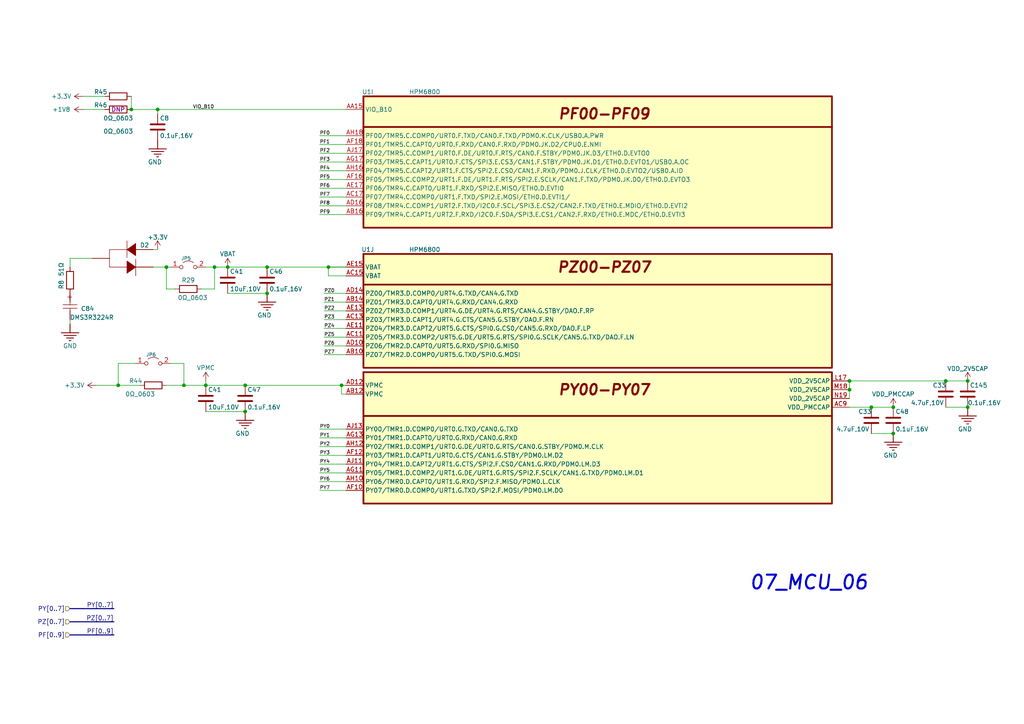
<source format=kicad_sch>
(kicad_sch (version 20230121) (generator eeschema)
  (paper "A4")
  (junction (at 246.38 113.03))
  (junction (at 53.34 111.76))
  (junction (at 99.06 111.76))
  (junction (at 62.23 77.47))
  (junction (at 259.08 118.11))
  (junction (at 71.12 119.38))
  (junction (at 45.72 31.75))
  (junction (at 34.29 111.76))
  (junction (at 280.67 118.11))
  (junction (at 66.04 77.47))
  (junction (at 259.08 125.73))
  (junction (at 77.47 77.47))
  (junction (at 48.26 77.47))
  (junction (at 252.73 118.11))
  (junction (at 59.69 111.76))
  (junction (at 71.12 111.76))
  (junction (at 246.38 110.49))
  (junction (at 38.1 31.75))
  (junction (at 95.25 77.47))
  (junction (at 274.32 110.49))
  (junction (at 280.67 110.49))
  (junction (at 77.47 85.09))
  (wire (pts (xy 45.72 31.75) (xy 45.72 33.02)))
  (wire (pts (xy 93.98 87.63) (xy 100.33 87.63)))
  (wire (pts (xy 92.71 57.15) (xy 100.33 57.15)) (stroke (width 0.15)))
  (wire (pts (xy 252.73 118.11) (xy 259.08 118.11)) (stroke (width 0.15)))
  (wire (pts (xy 92.71 134.62) (xy 100.33 134.62)))
  (bus (pts (xy 20.32 180.34) (xy 33.02 180.34)))
  (wire (pts (xy 34.29 111.76) (xy 40.64 111.76)) (stroke (width 0.15)))
  (wire (pts (xy 93.98 85.09) (xy 100.33 85.09)))
  (wire (pts (xy 53.34 105.41) (xy 53.34 111.76)) (stroke (width 0.15)))
  (wire (pts (xy 24.13 27.94) (xy 30.48 27.94)) (stroke (width 0.15)))
  (bus (pts (xy 20.32 176.53) (xy 33.02 176.53)))
  (wire (pts (xy 62.23 77.47) (xy 66.04 77.47)) (stroke (width 0.15)))
  (wire (pts (xy 95.25 77.47) (xy 95.25 80.01)) (stroke (width 0.15)))
  (wire (pts (xy 39.37 105.41) (xy 34.29 105.41)) (stroke (width 0.15)))
  (wire (pts (xy 99.06 111.76) (xy 100.33 111.76)) (stroke (width 0.15)))
  (wire (pts (xy 48.26 77.47) (xy 48.26 83.82)))
  (wire (pts (xy 26.67 74.93) (xy 20.32 74.93)))
  (wire (pts (xy 92.71 46.99) (xy 100.33 46.99)) (stroke (width 0.15)))
  (wire (pts (xy 274.32 110.49) (xy 280.67 110.49)) (stroke (width 0.15)))
  (wire (pts (xy 92.71 39.37) (xy 100.33 39.37)))
  (wire (pts (xy 71.12 119.38) (xy 68.58 119.38)))
  (wire (pts (xy 20.32 92.71) (xy 20.32 93.98)) (stroke (width 0.15)))
  (wire (pts (xy 99.06 114.3) (xy 100.33 114.3)) (stroke (width 0.15)))
  (wire (pts (xy 92.71 129.54) (xy 100.33 129.54)) (stroke (width 0.15)))
  (wire (pts (xy 59.69 110.49) (xy 59.69 111.76)) (stroke (width 0.15)))
  (wire (pts (xy 92.71 142.24) (xy 100.33 142.24)) (stroke (width 0.15)))
  (wire (pts (xy 49.53 105.41) (xy 53.34 105.41)) (stroke (width 0.15)))
  (wire (pts (xy 246.38 118.11) (xy 252.73 118.11)) (stroke (width 0.15)))
  (wire (pts (xy 280.67 118.11) (xy 278.13 118.11)))
  (wire (pts (xy 95.25 77.47) (xy 100.33 77.47)) (stroke (width 0.15)))
  (wire (pts (xy 93.98 95.25) (xy 100.33 95.25)))
  (wire (pts (xy 246.38 110.49) (xy 246.38 113.03)) (stroke (width 0.15)))
  (wire (pts (xy 92.71 62.23) (xy 100.33 62.23)))
  (wire (pts (xy 77.47 85.09) (xy 74.93 85.09)))
  (wire (pts (xy 34.29 105.41) (xy 34.29 111.76)) (stroke (width 0.15)))
  (bus (pts (xy 20.32 184.15) (xy 33.02 184.15)))
  (wire (pts (xy 92.71 41.91) (xy 100.33 41.91)))
  (wire (pts (xy 93.98 102.87) (xy 100.33 102.87)) (stroke (width 0.15)))
  (wire (pts (xy 59.69 119.38) (xy 68.58 119.38)) (stroke (width 0.15)))
  (wire (pts (xy 92.71 49.53) (xy 100.33 49.53)))
  (wire (pts (xy 92.71 54.61) (xy 100.33 54.61)) (stroke (width 0.15)))
  (wire (pts (xy 66.04 77.47) (xy 77.47 77.47)))
  (wire (pts (xy 62.23 83.82) (xy 58.42 83.82)))
  (wire (pts (xy 62.23 77.47) (xy 62.23 83.82)))
  (wire (pts (xy 95.25 77.47) (xy 100.33 77.47)))
  (wire (pts (xy 92.71 44.45) (xy 100.33 44.45)) (stroke (width 0.15)))
  (wire (pts (xy 93.98 90.17) (xy 100.33 90.17)) (stroke (width 0.15)))
  (wire (pts (xy 246.38 110.49) (xy 274.32 110.49)) (stroke (width 0.15)))
  (wire (pts (xy 38.1 31.75) (xy 45.72 31.75)) (stroke (width 0.15)))
  (wire (pts (xy 24.13 31.75) (xy 30.48 31.75)) (stroke (width 0.15)))
  (wire (pts (xy 95.25 80.01) (xy 100.33 80.01)) (stroke (width 0.15)))
  (wire (pts (xy 99.06 111.76) (xy 100.33 111.76)))
  (wire (pts (xy 92.71 59.69) (xy 100.33 59.69)))
  (wire (pts (xy 53.34 111.76) (xy 59.69 111.76)) (stroke (width 0.15)))
  (wire (pts (xy 44.45 77.47) (xy 48.26 77.47)) (stroke (width 0.15)))
  (wire (pts (xy 93.98 100.33) (xy 100.33 100.33)) (stroke (width 0.15)))
  (wire (pts (xy 48.26 83.82) (xy 50.8 83.82)))
  (wire (pts (xy 92.71 124.46) (xy 100.33 124.46)))
  (wire (pts (xy 38.1 27.94) (xy 38.1 31.75)) (stroke (width 0.15)))
  (wire (pts (xy 99.06 111.76) (xy 99.06 114.3)) (stroke (width 0.15)))
  (wire (pts (xy 92.71 132.08) (xy 100.33 132.08)) (stroke (width 0.15)))
  (wire (pts (xy 20.32 74.93) (xy 20.32 77.47)))
  (wire (pts (xy 66.04 85.09) (xy 74.93 85.09)) (stroke (width 0.15)))
  (wire (pts (xy 92.71 139.7) (xy 100.33 139.7)) (stroke (width 0.15)))
  (wire (pts (xy 48.26 111.76) (xy 53.34 111.76)) (stroke (width 0.15)))
  (wire (pts (xy 27.94 111.76) (xy 34.29 111.76)) (stroke (width 0.15)))
  (wire (pts (xy 45.72 31.75) (xy 100.33 31.75)) (stroke (width 0.15)))
  (wire (pts (xy 44.45 72.39) (xy 45.72 72.39)))
  (wire (pts (xy 246.38 113.03) (xy 246.38 115.57)) (stroke (width 0.15)))
  (wire (pts (xy 77.47 77.47) (xy 95.25 77.47)))
  (wire (pts (xy 252.73 125.73) (xy 256.54 125.73)) (stroke (width 0.15)))
  (wire (pts (xy 93.98 97.79) (xy 100.33 97.79)))
  (wire (pts (xy 92.71 137.16) (xy 100.33 137.16)))
  (wire (pts (xy 274.32 118.11) (xy 278.13 118.11)) (stroke (width 0.15)))
  (wire (pts (xy 71.12 111.76) (xy 99.06 111.76)) (stroke (width 0.15)))
  (wire (pts (xy 59.69 111.76) (xy 71.12 111.76)) (stroke (width 0.15)))
  (wire (pts (xy 92.71 52.07) (xy 100.33 52.07)))
  (wire (pts (xy 92.71 127) (xy 100.33 127)))
  (wire (pts (xy 48.26 77.47) (xy 49.53 77.47)) (stroke (width 0.15)))
  (wire (pts (xy 259.08 125.73) (xy 256.54 125.73)))
  (wire (pts (xy 93.98 92.71) (xy 100.33 92.71)) (stroke (width 0.15)))
  (wire (pts (xy 59.69 77.47) (xy 62.23 77.47)) (stroke (width 0.15)))
  (text "07_MCU_06" (at 217.17 171.45 0) (effects (font (size 4 4) (thickness 0.6) bold italic) (justify left bottom)))
  (label "PZ5" (at 93.98 97.79 0) (effects (font (size 1 1))) (property "Intersheetrefs" "${INTERSHEET_REFS}" (effects hide)))
  (label "PY4" (at 92.71 134.62 0) (effects (font (size 1 1))) (property "Intersheetrefs" "${INTERSHEET_REFS}" (effects hide)))
  (label "PY6" (at 92.71 139.7 0) (effects (font (size 1 1))) (property "Intersheetrefs" "${INTERSHEET_REFS}" (effects hide)))
  (label "PF6" (at 92.71 54.61 0) (effects (font (size 1 1))) (property "Intersheetrefs" "${INTERSHEET_REFS}" (effects hide)))
  (label "PY5" (at 92.71 137.16 0) (effects (font (size 1 1))) (property "Intersheetrefs" "${INTERSHEET_REFS}" (effects hide)))
  (label "PZ7" (at 93.98 102.87 0) (effects (font (size 1 1))) (property "Intersheetrefs" "${INTERSHEET_REFS}" (effects hide)))
  (label "PF[0..9]" (at 33.02 184.15 180))
  (label "PY3" (at 92.71 132.08 0) (effects (font (size 1 1))) (property "Intersheetrefs" "${INTERSHEET_REFS}" (effects hide)))
  (label "PY[0..7]" (at 33.02 176.53 180))
  (label "PZ0" (at 93.98 85.09 0) (effects (font (size 1 1))) (property "Intersheetrefs" "${INTERSHEET_REFS}" (effects hide)))
  (label "PZ6" (at 93.98 100.33 0) (effects (font (size 1 1))) (property "Intersheetrefs" "${INTERSHEET_REFS}" (effects hide)))
  (label "PZ1" (at 93.98 87.63 0) (effects (font (size 1 1))) (property "Intersheetrefs" "${INTERSHEET_REFS}" (effects hide)))
  (label "PY1" (at 92.71 127 0) (effects (font (size 1 1))) (property "Intersheetrefs" "${INTERSHEET_REFS}" (effects hide)))
  (label "VIO_B10" (at 55.88 31.75 0) (effects (font (size 1 1))))
  (label "PY7" (at 92.71 142.24 0) (effects (font (size 1 1))) (property "Intersheetrefs" "${INTERSHEET_REFS}" (effects hide)))
  (label "PF8" (at 92.71 59.69 0) (effects (font (size 1 1))) (property "Intersheetrefs" "${INTERSHEET_REFS}" (effects hide)))
  (label "PY2" (at 92.71 129.54 0) (effects (font (size 1 1))) (property "Intersheetrefs" "${INTERSHEET_REFS}" (effects hide)))
  (label "PF7" (at 92.71 57.15 0) (effects (font (size 1 1))) (property "Intersheetrefs" "${INTERSHEET_REFS}" (effects hide)))
  (label "PF0" (at 92.71 39.37 0) (effects (font (size 1 1))) (property "Intersheetrefs" "${INTERSHEET_REFS}" (effects hide)))
  (label "PY0" (at 92.71 124.46 0) (effects (font (size 1 1))) (property "Intersheetrefs" "${INTERSHEET_REFS}" (effects hide)))
  (label "PF1" (at 92.71 41.91 0) (effects (font (size 1 1))) (property "Intersheetrefs" "${INTERSHEET_REFS}" (effects hide)))
  (label "PF9" (at 92.71 62.23 0) (effects (font (size 1 1))) (property "Intersheetrefs" "${INTERSHEET_REFS}" (effects hide)))
  (label "PF4" (at 92.71 49.53 0) (effects (font (size 1 1))) (property "Intersheetrefs" "${INTERSHEET_REFS}" (effects hide)))
  (label "PZ4" (at 93.98 95.25 0) (effects (font (size 1 1))) (property "Intersheetrefs" "${INTERSHEET_REFS}" (effects hide)))
  (label "PZ3" (at 93.98 92.71 0) (effects (font (size 1 1))) (property "Intersheetrefs" "${INTERSHEET_REFS}" (effects hide)))
  (label "PF3" (at 92.71 46.99 0) (effects (font (size 1 1))) (property "Intersheetrefs" "${INTERSHEET_REFS}" (effects hide)))
  (label "PF2" (at 92.71 44.45 0) (effects (font (size 1 1))) (property "Intersheetrefs" "${INTERSHEET_REFS}" (effects hide)))
  (label "PZ[0..7]" (at 33.02 180.34 180))
  (label "PZ2" (at 93.98 90.17 0) (effects (font (size 1 1))) (property "Intersheetrefs" "${INTERSHEET_REFS}" (effects hide)))
  (label "PF5" (at 92.71 52.07 0) (effects (font (size 1 1))) (property "Intersheetrefs" "${INTERSHEET_REFS}" (effects hide)))
  (hierarchical_label "PZ[0..7]" (shape input) (at 20.32 180.34 180))
  (hierarchical_label "PY[0..7]" (shape input) (at 20.32 176.53 180))
  (hierarchical_label "PF[0..9]" (shape input) (at 20.32 184.15 180))
  (symbol (lib_id "02_HPM_Resistor:0Ω_0603") (at 44.45 111.76 0) (unit 1)
    (property "Reference" "R44" (at 39.37 110.49 0))
    (property "Value" "0Ω_0603" (at 40.64 114.3 0))
    (property "Footprint" "02_HPM_Resistor:R_0603_1608Metric" (effects hide))
    (property "Model" "0603WAF0000T5E" (effects hide))
    (property "Company" "UNI-ROYAL(厚声)" (effects hide))
  )
  (symbol (lib_id "03_HPM_Capacitance:0.1uF,16V") (at 259.08 121.92 0) (unit 1)
    (property "Reference" "C48" (at 259.715 119.38 0) (effects (justify left)))
    (property "Value" "0.1uF,16V" (at 259.715 124.46 0) (effects (justify left)))
    (property "Footprint" "03_HPM_Capacitance:C_0402" (effects hide))
    (property "Model" "CL05B104KO5NNNC" (effects hide))
    (property "Company" "SAMSUNG(三星)" (effects hide))
  )
  (symbol (lib_id "power:VPMC") (at 59.69 110.49 0) (unit 1)
    (property "Reference" "#PWR0199" (effects hide))
    (property "Value" "VPMC" (at 59.69 106.68 0))
  )
  (symbol (lib_id "power:+1V8") (at 24.13 31.75 90) (unit 1)
    (property "Reference" "#PWR0222" (effects hide))
    (property "Value" "+1V8" (at 17.78 31.75 90))
  )
  (symbol (lib_id "333-altium-import:GND") (at 280.67 118.11 0) (unit 1)
    (property "Reference" "#PWR017" (effects hide))
    (property "Value" "GND" (at 281.94 124.46 0) (effects (justify right)))
  )
  (symbol (lib_name "0.1uF,16V_2") (lib_id "03_HPM_Capacitance:0.1uF,16V") (at 77.47 81.28 0) (unit 1)
    (property "Reference" "C46" (at 78.105 78.74 0) (effects (justify left)))
    (property "Value" "0.1uF,16V" (at 78.105 83.82 0) (effects (justify left)))
    (property "Footprint" "03_HPM_Capacitance:C_0402" (effects hide))
    (property "Model" "CL05B104KO5NNNC" (effects hide))
    (property "Company" "SAMSUNG(三星)" (effects hide))
  )
  (symbol (lib_id "power:+3.3V") (at 27.94 111.76 90) (unit 1)
    (property "Reference" "#PWR0224" (effects hide))
    (property "Value" "+3.3V" (at 21.59 111.76 90))
  )
  (symbol (lib_id "electric-altium-import:GND") (at 20.32 93.98 0) (unit 1)
    (property "Reference" "#PWR0200" (effects hide))
    (property "Value" "GND" (at 20.32 100.33 0))
  )
  (symbol (lib_id "02_HPM_Resistor:51Ω") (at 20.32 81.28 90) (unit 1)
    (property "Reference" "R8" (at 17.78 82.55 0))
    (property "Value" "51Ω" (at 17.78 78.105 0))
    (property "Footprint" "02_HPM_Resistor:R_0402_1005Metric" (effects hide))
    (property "Model" " 0402WGF510JTCE" (effects hide))
    (property "Company" "UNI-ROYAL(厚声)" (effects hide))
  )
  (symbol (lib_id "power:VBAT") (at 66.04 77.47 0) (unit 1)
    (property "Reference" "#PWR0198" (effects hide))
    (property "Value" "VBAT" (at 66.04 73.66 0))
  )
  (symbol (lib_name "0.1uF,16V_3") (lib_id "03_HPM_Capacitance:0.1uF,16V") (at 71.12 115.57 0) (unit 1)
    (property "Reference" "C47" (at 71.755 113.03 0) (effects (justify left)))
    (property "Value" "0.1uF,16V" (at 71.755 118.11 0) (effects (justify left)))
    (property "Footprint" "03_HPM_Capacitance:C_0402" (effects hide))
    (property "Model" "CL05B104KO5NNNC" (effects hide))
    (property "Company" "SAMSUNG(三星)" (effects hide))
  )
  (symbol (lib_id "02_HPM_Resistor:0Ω_0603") (at 54.61 83.82 0) (unit 1)
    (property "Reference" "R29" (at 54.61 81.28 0))
    (property "Value" "0Ω_0603" (at 55.88 86.36 0))
    (property "Footprint" "02_HPM_Resistor:R_0603_1608Metric" (effects hide))
    (property "Model" "0603WAF0000T5E" (effects hide))
    (property "Company" "UNI-ROYAL(厚声)" (effects hide))
  )
  (symbol (lib_id "power:+3.3V") (at 24.13 27.94 90) (unit 1)
    (property "Reference" "#PWR0223" (effects hide))
    (property "Value" "+3.3V" (at 17.78 27.94 90))
  )
  (symbol (lib_id "07_HPM_L:DMS3R3224") (at 20.32 88.9 270) (unit 1)
    (property "Reference" "C84" (at 25.4 89.535 90))
    (property "Value" "DMS3R3224R" (at 26.67 92.075 90))
    (property "Footprint" "03_HPM_Capacitance:DMS3R3224" (effects hide))
    (property "Model" "DMS3R3224R" (effects hide))
    (property "Company" "KORCHIP(高奇普)" (effects hide))
  )
  (symbol (lib_name "10uF,10V_1") (lib_id "03_HPM_Capacitance:10uF,10V") (at 66.04 81.28 0) (unit 1)
    (property "Reference" "C41" (at 66.675 78.74 0) (effects (justify left)))
    (property "Value" "10uF,10V" (at 66.675 83.82 0) (effects (justify left)))
    (property "Footprint" "03_HPM_Capacitance:C_0402" (effects hide))
    (property "Model" "CL05A106MP5NUNC" (effects hide))
    (property "Company" " SAMSUNG(三星)" (effects hide))
    (instances (project "HPM1500_DDR2_CORE_RevA" (path "" (reference "C41") (unit 1)) (path "" (reference "C39") (unit 1))))
  )
  (symbol (lib_name "10uF,10V_1") (lib_id "03_HPM_Capacitance:10uF,10V") (at 59.69 115.57 0) (unit 1)
    (property "Reference" "C41" (at 60.325 113.03 0) (effects (justify left)))
    (property "Value" "10uF,10V" (at 60.325 118.11 0) (effects (justify left)))
    (property "Footprint" "03_HPM_Capacitance:C_0402" (effects hide))
    (property "Model" "CL05A106MP5NUNC" (effects hide))
    (property "Company" " SAMSUNG(三星)" (effects hide))
    (instances (project "HPM1500_DDR2_CORE_RevA" (path "" (reference "C41") (unit 1)) (path "" (reference "C40") (unit 1))))
  )
  (symbol (lib_id "333-altium-import:GND") (at 259.08 125.73 0) (unit 1)
    (property "Reference" "#PWR016" (effects hide))
    (property "Value" "GND" (at 260.35 132.08 0) (effects (justify right)))
  )
  (symbol (lib_id "power:VDD_PMCCAP") (at 259.08 118.11 0) (unit 1)
    (property "Reference" "#PWR0225" (effects hide))
    (property "Value" "VDD_PMCCAP" (at 259.08 114.3 0))
  )
  (symbol (lib_name "4.7uF,10V_1") (lib_id "03_HPM_Capacitance:4.7uF,10V") (at 252.73 121.92 0) (unit 1)
    (property "Reference" "C33" (at 248.92 119.38 0) (effects (justify left)))
    (property "Value" "4.7uF,10V" (at 242.57 124.46 0) (effects (justify left)))
    (property "Footprint" "03_HPM_Capacitance:C_0402" (effects hide))
    (property "Model" " CL05A475MP5NRNC" (effects hide))
    (property "Company" " SAMSUNG(三星)" (effects hide))
    (instances (project "HPM1500_DDR2_CORE_RevA" (path "" (reference "C33") (unit 1)) (path "" (reference "C45") (unit 1))))
  )
  (symbol (lib_id "00_HPM6800_Library:HPM6880IBD1") (at 241.3 27.94 0) (unit 9)
    (property "Reference" "U1" (at 106.68 26.67 0))
    (property "Value" "HPM6800" (at 123.19 26.67 0))
    (property "Footprint" "00_HPM_Library:BGA_417" (effects hide))
    (property "Company" "HPM" (effects hide))
  )
  (symbol (lib_name "4.7uF,10V_1") (lib_id "03_HPM_Capacitance:4.7uF,10V") (at 274.32 114.3 0) (unit 1)
    (property "Reference" "C33" (at 270.51 111.76 0) (effects (justify left)))
    (property "Value" "4.7uF,10V" (at 264.16 116.84 0) (effects (justify left)))
    (property "Footprint" "03_HPM_Capacitance:C_0402" (effects hide))
    (property "Model" " CL05A475MP5NRNC" (effects hide))
    (property "Company" " SAMSUNG(三星)" (effects hide))
    (instances (project "HPM1500_DDR2_CORE_RevA" (path "" (reference "C33") (unit 1)) (path "" (reference "C94") (unit 1))))
  )
  (symbol (lib_id "power:VDD_2V5CAP") (at 280.67 110.49 0) (unit 1)
    (property "Reference" "#PWR0227" (effects hide))
    (property "Value" "VDD_2V5CAP" (at 280.67 106.934 0))
  )
  (symbol (lib_name "0.1uF,16V_1") (lib_id "03_HPM_Capacitance:0.1uF,16V") (at 45.72 36.83 0) (unit 1)
    (property "Reference" "C8" (at 46.355 34.29 0) (effects (justify left)))
    (property "Value" "0.1uF,16V" (at 46.355 39.37 0) (effects (justify left)))
    (property "Footprint" "03_HPM_Capacitance:C_0402" (effects hide))
    (property "Model" "CL05B104KO5NNNC" (effects hide))
    (property "Company" "SAMSUNG(三星)" (effects hide))
  )
  (symbol (lib_id "05_HPM_Conn:Jumper_2") (at 54.61 77.47 0) (unit 1)
    (property "Reference" "JP5" (at 53.975 74.93 0) (effects (font (size 1 1))))
    (property "Value" "Jumper_2" (effects hide))
    (property "Footprint" "Connector_PinHeader_2.54mm:PinHeader_1x02_P2.54mm_Vertical" (effects hide))
  )
  (symbol (lib_id "333-altium-import:GND") (at 71.12 119.38 0) (unit 1)
    (property "Reference" "#PWR015" (effects hide))
    (property "Value" "GND" (at 72.39 125.73 0) (effects (justify right)))
  )
  (symbol (lib_id "05_HPM_Conn:Jumper_2") (at 44.45 105.41 0) (unit 1)
    (property "Reference" "JP6" (at 43.815 102.87 0) (effects (font (size 1 1))))
    (property "Value" "Jumper_2" (effects hide))
    (property "Footprint" "Connector_PinHeader_2.54mm:PinHeader_1x02_P2.54mm_Vertical" (effects hide))
  )
  (symbol (lib_id "04_HPM_Diode:BAV99") (at 35.56 74.93 0) (mirror y) (unit 1)
    (property "Reference" "D2" (at 41.91 71.12 0))
    (property "Value" "BAV99" (at 31.75 68.58 0) (effects (font (size 0 0))))
    (property "Footprint" "04_HPM_Diode:SOT-23" (effects hide))
    (property "Model" "BAV99" (effects hide))
    (property "Company" "CJ(江苏长电/长晶)" (effects hide))
  )
  (symbol (lib_id "02_HPM_Resistor:0Ω_0603") (at 34.29 31.75 0) (unit 1)
    (property "Reference" "R46" (at 29.21 30.48 0))
    (property "Value" "0Ω_0603" (at 34.29 38.1 0))
    (property "Footprint" "02_HPM_Resistor:R_0603" (effects hide))
    (property "Model" "0603WAF0000T5E" (effects hide))
    (property "Company" "UNI-ROYAL(厚声)" (effects hide))
    (property "ASSY_OPT" "DNP" (at 34.29 31.75 0))
  )
  (symbol (lib_id "00_HPM6800_Library:HPM6880IBD1") (at 241.3 73.66 0) (unit 10)
    (property "Reference" "U1" (at 106.68 72.39 0))
    (property "Value" "HPM6800" (at 123.19 72.39 0))
    (property "Footprint" "00_HPM_Library:BGA_417" (effects hide))
    (property "Company" "HPM" (effects hide))
  )
  (symbol (lib_id "333-altium-import:GND") (at 45.72 40.64 0) (unit 1)
    (property "Reference" "#PWR014" (effects hide))
    (property "Value" "GND" (at 46.99 46.99 0) (effects (justify right)))
  )
  (symbol (lib_id "333-altium-import:GND") (at 77.47 85.09 0) (unit 1)
    (property "Reference" "#PWR0135" (effects hide))
    (property "Value" "GND" (at 78.74 91.44 0) (effects (justify right)))
  )
  (symbol (lib_id "power:+3.3V") (at 45.72 72.39 0) (unit 1)
    (property "Reference" "#PWR0201" (effects hide))
    (property "Value" "+3.3V" (at 45.72 68.834 0))
  )
  (symbol (lib_id "02_HPM_Resistor:0Ω_0603") (at 34.29 27.94 0) (unit 1)
    (property "Reference" "R45" (at 29.21 26.67 0))
    (property "Value" "0Ω_0603" (at 34.29 34.29 0))
    (property "Footprint" "02_HPM_Resistor:R_0603_1608Metric" (effects hide))
    (property "Model" "0603WAF0000T5E" (effects hide))
    (property "Company" "UNI-ROYAL(厚声)" (effects hide))
  )
  (symbol (lib_id "03_HPM_Capacitance:0.1uF,16V") (at 280.67 114.3 0) (unit 1)
    (property "Reference" "C145" (at 281.305 111.76 0) (effects (justify left)))
    (property "Value" "0.1uF,16V" (at 280.67 116.84 0) (effects (justify left)))
    (property "Footprint" "03_HPM_Capacitance:C_0402" (effects hide))
    (property "Model" "CL05B104KO5NNNC" (effects hide))
    (property "Company" "SAMSUNG(三星)" (effects hide))
  )
)
</source>
